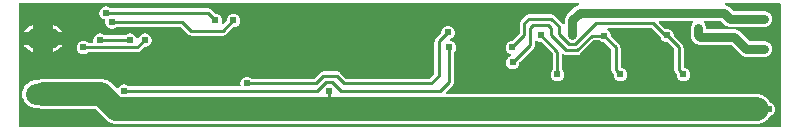
<source format=gbl>
G04 Layer: BottomLayer*
G04 EasyEDA v6.4.25, 2021-12-21T01:05:14+01:00*
G04 e653898a74aa4a6681cb2481073f5018,cb21f8ab935b4f3d81094f1c1df1cea3,10*
G04 Gerber Generator version 0.2*
G04 Scale: 100 percent, Rotated: No, Reflected: No *
G04 Dimensions in millimeters *
G04 leading zeros omitted , absolute positions ,4 integer and 5 decimal *
%FSLAX45Y45*%
%MOMM*%

%ADD10C,0.2540*%
%ADD11C,0.8000*%
%ADD12C,1.8000*%
%ADD14C,0.6110*%
%ADD24C,2.0000*%

%LPD*%
G36*
X36068Y25908D02*
G01*
X32156Y26670D01*
X28905Y28905D01*
X26670Y32156D01*
X25908Y36068D01*
X25908Y1063955D01*
X26670Y1067816D01*
X28905Y1071118D01*
X32156Y1073302D01*
X36068Y1074115D01*
X4755794Y1074115D01*
X4759909Y1073251D01*
X4763312Y1070762D01*
X4765446Y1067155D01*
X4765903Y1063040D01*
X4764684Y1059027D01*
X4761941Y1055827D01*
X4758182Y1054049D01*
X4754829Y1053236D01*
X4745278Y1049274D01*
X4736490Y1043889D01*
X4728311Y1036929D01*
X4665370Y973988D01*
X4658410Y965809D01*
X4653026Y957021D01*
X4649063Y947470D01*
X4646625Y937412D01*
X4645812Y926693D01*
X4645812Y906221D01*
X4644948Y902157D01*
X4642561Y898804D01*
X4639056Y896670D01*
X4634992Y896061D01*
X4630978Y897178D01*
X4627778Y899769D01*
X4624324Y903935D01*
X4561535Y966724D01*
X4555337Y971854D01*
X4548632Y975410D01*
X4541418Y977595D01*
X4533392Y978408D01*
X4343908Y978408D01*
X4335881Y977595D01*
X4328668Y975410D01*
X4321962Y971854D01*
X4315764Y966724D01*
X4278376Y929335D01*
X4273245Y923137D01*
X4269689Y916432D01*
X4267504Y909218D01*
X4266692Y901192D01*
X4266692Y820318D01*
X4265930Y816406D01*
X4263694Y813104D01*
X4208322Y757732D01*
X4205427Y755700D01*
X4202023Y754786D01*
X4193895Y754075D01*
X4184396Y751535D01*
X4175506Y747369D01*
X4167428Y741730D01*
X4160469Y734771D01*
X4154830Y726694D01*
X4150664Y717804D01*
X4148124Y708304D01*
X4147261Y698500D01*
X4148124Y688695D01*
X4150664Y679196D01*
X4154830Y670306D01*
X4160469Y662228D01*
X4167428Y655269D01*
X4175506Y649630D01*
X4184396Y645464D01*
X4187647Y644601D01*
X4191558Y642569D01*
X4194251Y639064D01*
X4195216Y634796D01*
X4194251Y630478D01*
X4191558Y627024D01*
X4187647Y624992D01*
X4185970Y624535D01*
X4177029Y620369D01*
X4169003Y614730D01*
X4162044Y607771D01*
X4156405Y599694D01*
X4152239Y590804D01*
X4149699Y581304D01*
X4148836Y571500D01*
X4149699Y561695D01*
X4152239Y552196D01*
X4156405Y543306D01*
X4162044Y535228D01*
X4169003Y528269D01*
X4177029Y522630D01*
X4185970Y518464D01*
X4195470Y515924D01*
X4205224Y515061D01*
X4215028Y515924D01*
X4224528Y518464D01*
X4233468Y522630D01*
X4241495Y528269D01*
X4248454Y535228D01*
X4254093Y543306D01*
X4258259Y552196D01*
X4260799Y561695D01*
X4261510Y569823D01*
X4262424Y573227D01*
X4264456Y576122D01*
X4383024Y694690D01*
X4388154Y700938D01*
X4391710Y707593D01*
X4393895Y714806D01*
X4394708Y722833D01*
X4394708Y747166D01*
X4395673Y751484D01*
X4398314Y754989D01*
X4402226Y757021D01*
X4406646Y757174D01*
X4410710Y755497D01*
X4416806Y751230D01*
X4425696Y747064D01*
X4435195Y744524D01*
X4443323Y743813D01*
X4446727Y742899D01*
X4449622Y740867D01*
X4543094Y647395D01*
X4545330Y644093D01*
X4546092Y640181D01*
X4546092Y515010D01*
X4545330Y511098D01*
X4543094Y507796D01*
X4541469Y506171D01*
X4535830Y498093D01*
X4531664Y489204D01*
X4529124Y479704D01*
X4528261Y469900D01*
X4529124Y460095D01*
X4531664Y450596D01*
X4535830Y441706D01*
X4541469Y433628D01*
X4548428Y426669D01*
X4556506Y421030D01*
X4565396Y416864D01*
X4574895Y414324D01*
X4584700Y413461D01*
X4594504Y414324D01*
X4604004Y416864D01*
X4612894Y421030D01*
X4620971Y426669D01*
X4627930Y433628D01*
X4633569Y441706D01*
X4637735Y450596D01*
X4640275Y460095D01*
X4641138Y469900D01*
X4640275Y479704D01*
X4637735Y489204D01*
X4633569Y498093D01*
X4627930Y506171D01*
X4626305Y507796D01*
X4624070Y511098D01*
X4623308Y515010D01*
X4623308Y632815D01*
X4624171Y636930D01*
X4626610Y640334D01*
X4630166Y642467D01*
X4634331Y642975D01*
X4638344Y641756D01*
X4646168Y637438D01*
X4653381Y635304D01*
X4661408Y634492D01*
X4749292Y634492D01*
X4757318Y635304D01*
X4764532Y637489D01*
X4771237Y641045D01*
X4777435Y646176D01*
X4888941Y757631D01*
X4892243Y759866D01*
X4896154Y760628D01*
X4933289Y760628D01*
X4937201Y759866D01*
X4940503Y757631D01*
X4942128Y756005D01*
X4950206Y750366D01*
X4959096Y746201D01*
X4968595Y743661D01*
X4977638Y742899D01*
X4981041Y741984D01*
X4983937Y739952D01*
X5038394Y685495D01*
X5040630Y682193D01*
X5041392Y678281D01*
X5041392Y508508D01*
X5042204Y500481D01*
X5044389Y493268D01*
X5047945Y486562D01*
X5053076Y480364D01*
X5058867Y474522D01*
X5060899Y471627D01*
X5061813Y468223D01*
X5062524Y460095D01*
X5065064Y450596D01*
X5069230Y441706D01*
X5074869Y433628D01*
X5081828Y426669D01*
X5089906Y421030D01*
X5098796Y416864D01*
X5108295Y414324D01*
X5118100Y413461D01*
X5127904Y414324D01*
X5137404Y416864D01*
X5146294Y421030D01*
X5154371Y426669D01*
X5161330Y433628D01*
X5166969Y441706D01*
X5171135Y450596D01*
X5173675Y460095D01*
X5174538Y469900D01*
X5173675Y479704D01*
X5171135Y489204D01*
X5166969Y498093D01*
X5161330Y506171D01*
X5154371Y513130D01*
X5146294Y518769D01*
X5137404Y522935D01*
X5124297Y526491D01*
X5121300Y528726D01*
X5119319Y531926D01*
X5118608Y535584D01*
X5118608Y697992D01*
X5117795Y706018D01*
X5115610Y713232D01*
X5112054Y719937D01*
X5106924Y726135D01*
X5037531Y795578D01*
X5035499Y798474D01*
X5034584Y801878D01*
X5033975Y809040D01*
X5031435Y818540D01*
X5027269Y827430D01*
X5021630Y835507D01*
X5014671Y842467D01*
X5011572Y844600D01*
X5008676Y847699D01*
X5007305Y851763D01*
X5007711Y855980D01*
X5009845Y859688D01*
X5013248Y862177D01*
X5017414Y863092D01*
X5377281Y863092D01*
X5381193Y862330D01*
X5384495Y860094D01*
X5455005Y789584D01*
X5456631Y787450D01*
X5457647Y785012D01*
X5458764Y780796D01*
X5462930Y771906D01*
X5468569Y763828D01*
X5475528Y756869D01*
X5483606Y751230D01*
X5492496Y747064D01*
X5501995Y744524D01*
X5510123Y743813D01*
X5513527Y742899D01*
X5516422Y740867D01*
X5571794Y685495D01*
X5574030Y682193D01*
X5574792Y678281D01*
X5574792Y508508D01*
X5575604Y500481D01*
X5577789Y493268D01*
X5581345Y486562D01*
X5586476Y480364D01*
X5592267Y474522D01*
X5594299Y471627D01*
X5595213Y468223D01*
X5595924Y460095D01*
X5598464Y450596D01*
X5602630Y441706D01*
X5608269Y433628D01*
X5615228Y426669D01*
X5623306Y421030D01*
X5632196Y416864D01*
X5641695Y414324D01*
X5651500Y413461D01*
X5661304Y414324D01*
X5670804Y416864D01*
X5679694Y421030D01*
X5687771Y426669D01*
X5694730Y433628D01*
X5700369Y441706D01*
X5704535Y450596D01*
X5707075Y460095D01*
X5707938Y469900D01*
X5707075Y479704D01*
X5704535Y489204D01*
X5700369Y498093D01*
X5694730Y506171D01*
X5687771Y513130D01*
X5679694Y518769D01*
X5670804Y522935D01*
X5657697Y526491D01*
X5654700Y528726D01*
X5652719Y531926D01*
X5652008Y535584D01*
X5652008Y697992D01*
X5651195Y706018D01*
X5649010Y713232D01*
X5645454Y719937D01*
X5640324Y726135D01*
X5571032Y795477D01*
X5569000Y798372D01*
X5568086Y801776D01*
X5567375Y809904D01*
X5564835Y819403D01*
X5560669Y828294D01*
X5555030Y836371D01*
X5548071Y843330D01*
X5539994Y848969D01*
X5531104Y853135D01*
X5521604Y855675D01*
X5511800Y856538D01*
X5503164Y855776D01*
X5498795Y856335D01*
X5495086Y858723D01*
X5446471Y907338D01*
X5444236Y910640D01*
X5443474Y914552D01*
X5444236Y918413D01*
X5446471Y921715D01*
X5449773Y923899D01*
X5453634Y924712D01*
X5725464Y924712D01*
X5729478Y923848D01*
X5732830Y921512D01*
X5735015Y918057D01*
X5735624Y913993D01*
X5734608Y910031D01*
X5725210Y898804D01*
X5719826Y890016D01*
X5715863Y880465D01*
X5713425Y870407D01*
X5712612Y859688D01*
X5712612Y800506D01*
X5713425Y789787D01*
X5715863Y779729D01*
X5719826Y770178D01*
X5725210Y761390D01*
X5732170Y753211D01*
X5744311Y741070D01*
X5752490Y734110D01*
X5761278Y728726D01*
X5770829Y724763D01*
X5780887Y722325D01*
X5791606Y721512D01*
X6051804Y721512D01*
X6055664Y720699D01*
X6058966Y718515D01*
X6138011Y639470D01*
X6146190Y632510D01*
X6154978Y627126D01*
X6164529Y623163D01*
X6174587Y620725D01*
X6185306Y619912D01*
X6336893Y619912D01*
X6347612Y620725D01*
X6357670Y623163D01*
X6367221Y627126D01*
X6376009Y632510D01*
X6383883Y639216D01*
X6390589Y647090D01*
X6395974Y655878D01*
X6399936Y665429D01*
X6402374Y675487D01*
X6403187Y685800D01*
X6402374Y696112D01*
X6399936Y706170D01*
X6395974Y715721D01*
X6390589Y724509D01*
X6383883Y732383D01*
X6376009Y739089D01*
X6367221Y744474D01*
X6357670Y748436D01*
X6347612Y750874D01*
X6336893Y751687D01*
X6216396Y751687D01*
X6212535Y752500D01*
X6209233Y754684D01*
X6130188Y833729D01*
X6122009Y840689D01*
X6113221Y846074D01*
X6103670Y850036D01*
X6093612Y852474D01*
X6082893Y853287D01*
X5854293Y853287D01*
X5850585Y853998D01*
X5847384Y856030D01*
X5845149Y859028D01*
X5844184Y862685D01*
X5843574Y870407D01*
X5841136Y880465D01*
X5837174Y890016D01*
X5831789Y898804D01*
X5822391Y910031D01*
X5821375Y913993D01*
X5821984Y918057D01*
X5824169Y921512D01*
X5827522Y923848D01*
X5831535Y924712D01*
X5962904Y924712D01*
X5966764Y923899D01*
X5970066Y921715D01*
X5998311Y893470D01*
X6006490Y886510D01*
X6015278Y881126D01*
X6024829Y877163D01*
X6034887Y874725D01*
X6045606Y873912D01*
X6336893Y873912D01*
X6347612Y874725D01*
X6357670Y877163D01*
X6367221Y881126D01*
X6376009Y886510D01*
X6383883Y893216D01*
X6390589Y901090D01*
X6395974Y909878D01*
X6399936Y919429D01*
X6402374Y929487D01*
X6403187Y939800D01*
X6402374Y950112D01*
X6399936Y960170D01*
X6395974Y969721D01*
X6390589Y978509D01*
X6383883Y986383D01*
X6376009Y993089D01*
X6367221Y998474D01*
X6357670Y1002436D01*
X6347612Y1004874D01*
X6336893Y1005687D01*
X6076696Y1005687D01*
X6072835Y1006500D01*
X6069533Y1008684D01*
X6041288Y1036929D01*
X6033109Y1043889D01*
X6024321Y1049274D01*
X6014770Y1053236D01*
X6011418Y1054049D01*
X6007658Y1055827D01*
X6004915Y1059027D01*
X6003696Y1063040D01*
X6004153Y1067155D01*
X6006287Y1070762D01*
X6009690Y1073251D01*
X6013805Y1074115D01*
X6463944Y1074115D01*
X6467805Y1073302D01*
X6471107Y1071118D01*
X6473342Y1067816D01*
X6474104Y1063955D01*
X6474104Y36068D01*
X6473342Y32156D01*
X6471107Y28905D01*
X6467805Y26670D01*
X6463944Y25908D01*
G37*

%LPC*%
G36*
X851052Y51866D02*
G01*
X6273495Y51866D01*
X6288989Y52832D01*
X6303924Y55575D01*
X6318453Y60096D01*
X6332321Y66344D01*
X6345326Y74218D01*
X6357264Y83566D01*
X6368034Y94335D01*
X6377381Y106273D01*
X6385255Y119329D01*
X6387846Y122174D01*
X6400444Y128066D01*
X6408521Y133705D01*
X6415481Y140665D01*
X6421120Y148742D01*
X6425285Y157632D01*
X6427825Y167132D01*
X6428689Y176936D01*
X6427825Y186740D01*
X6425285Y196240D01*
X6421120Y205130D01*
X6415481Y213207D01*
X6408521Y220167D01*
X6400444Y225806D01*
X6390640Y230327D01*
X6387693Y232410D01*
X6377381Y249326D01*
X6368034Y261264D01*
X6357264Y272034D01*
X6345326Y281381D01*
X6332321Y289255D01*
X6318453Y295503D01*
X6303924Y300024D01*
X6288989Y302768D01*
X6273495Y303682D01*
X3646728Y303682D01*
X3642868Y304495D01*
X3639565Y306679D01*
X3637330Y309981D01*
X3636568Y313842D01*
X3637330Y317754D01*
X3639565Y321056D01*
X3697224Y378764D01*
X3702354Y384962D01*
X3705910Y391668D01*
X3708095Y398881D01*
X3708908Y406908D01*
X3708908Y653389D01*
X3709670Y657301D01*
X3711905Y660603D01*
X3713530Y662228D01*
X3719169Y670306D01*
X3723335Y679196D01*
X3725875Y688695D01*
X3726738Y698500D01*
X3725875Y708304D01*
X3723335Y717804D01*
X3719169Y726694D01*
X3713530Y734771D01*
X3706571Y741730D01*
X3698494Y747369D01*
X3689604Y751535D01*
X3679951Y754126D01*
X3676294Y755954D01*
X3673652Y759104D01*
X3672433Y763016D01*
X3672941Y767130D01*
X3674973Y770686D01*
X3678275Y773125D01*
X3685794Y776630D01*
X3693871Y782269D01*
X3700830Y789228D01*
X3706469Y797306D01*
X3710635Y806196D01*
X3713175Y815695D01*
X3714038Y825500D01*
X3713175Y835304D01*
X3710635Y844803D01*
X3706469Y853694D01*
X3700830Y861771D01*
X3693871Y868730D01*
X3685794Y874369D01*
X3676904Y878535D01*
X3667404Y881075D01*
X3657600Y881938D01*
X3647795Y881075D01*
X3638296Y878535D01*
X3629406Y874369D01*
X3621328Y868730D01*
X3614369Y861771D01*
X3608730Y853694D01*
X3604564Y844803D01*
X3602024Y835304D01*
X3601313Y827176D01*
X3600399Y823772D01*
X3598367Y820877D01*
X3554476Y776935D01*
X3549345Y770737D01*
X3545789Y764032D01*
X3543604Y756818D01*
X3542792Y748792D01*
X3542792Y477418D01*
X3542029Y473506D01*
X3539794Y470204D01*
X3504895Y435305D01*
X3501593Y433070D01*
X3497681Y432308D01*
X2801518Y432308D01*
X2797606Y433070D01*
X2794304Y435305D01*
X2745435Y484124D01*
X2739237Y489254D01*
X2732532Y492810D01*
X2725318Y494995D01*
X2717292Y495808D01*
X2604008Y495808D01*
X2595981Y494995D01*
X2588768Y492810D01*
X2582062Y489254D01*
X2575864Y484124D01*
X2526995Y435305D01*
X2523693Y433070D01*
X2519781Y432308D01*
X2000910Y432308D01*
X1996998Y433070D01*
X1993696Y435305D01*
X1992071Y436930D01*
X1983993Y442569D01*
X1975104Y446735D01*
X1965604Y449275D01*
X1955800Y450138D01*
X1945995Y449275D01*
X1936496Y446735D01*
X1927606Y442569D01*
X1919528Y436930D01*
X1912569Y429971D01*
X1906930Y421893D01*
X1902764Y413004D01*
X1900224Y403504D01*
X1899361Y393700D01*
X1900224Y383895D01*
X1900834Y381609D01*
X1901139Y377901D01*
X1900072Y374345D01*
X1897837Y371398D01*
X1894687Y369468D01*
X1891030Y368808D01*
X959510Y368808D01*
X955598Y369570D01*
X952296Y371805D01*
X950671Y373430D01*
X942594Y379069D01*
X933703Y383235D01*
X924204Y385775D01*
X914400Y386638D01*
X904595Y385775D01*
X895096Y383235D01*
X886206Y379069D01*
X878128Y373430D01*
X871169Y366471D01*
X865428Y358241D01*
X862177Y355244D01*
X857961Y353923D01*
X853592Y354482D01*
X849884Y356870D01*
X813053Y393700D01*
X807364Y399034D01*
X801522Y403910D01*
X795426Y408432D01*
X789025Y412546D01*
X782421Y416306D01*
X775563Y419608D01*
X768553Y422503D01*
X761339Y424992D01*
X754024Y427024D01*
X746607Y428650D01*
X739089Y429768D01*
X731520Y430479D01*
X723747Y430682D01*
X228904Y430682D01*
X213410Y429768D01*
X198475Y427024D01*
X183946Y422503D01*
X181965Y421589D01*
X177800Y420725D01*
X168910Y420725D01*
X154076Y419760D01*
X139801Y417068D01*
X125933Y412546D01*
X112776Y406349D01*
X100482Y398576D01*
X89255Y389280D01*
X79298Y378663D01*
X70764Y366877D01*
X63754Y354126D01*
X58369Y340614D01*
X54762Y326491D01*
X52933Y312064D01*
X52933Y297535D01*
X54762Y283108D01*
X58369Y268986D01*
X63754Y255473D01*
X70764Y242722D01*
X79298Y230936D01*
X89255Y220319D01*
X100482Y211023D01*
X112776Y203250D01*
X125933Y197053D01*
X139801Y192532D01*
X154076Y189839D01*
X168910Y188874D01*
X177800Y188874D01*
X181965Y188010D01*
X183946Y187096D01*
X198475Y182575D01*
X213410Y179832D01*
X228904Y178866D01*
X667562Y178866D01*
X671423Y178104D01*
X674725Y175920D01*
X761746Y88900D01*
X767435Y83566D01*
X773277Y78689D01*
X779373Y74168D01*
X785774Y70053D01*
X792378Y66294D01*
X799236Y62991D01*
X806246Y60096D01*
X813460Y57607D01*
X820775Y55575D01*
X828192Y53949D01*
X835710Y52832D01*
X843280Y52120D01*
G37*
G36*
X571500Y642061D02*
G01*
X581304Y642924D01*
X590804Y645464D01*
X599694Y649630D01*
X607771Y655269D01*
X609396Y656894D01*
X612698Y659130D01*
X616610Y659892D01*
X1028192Y659892D01*
X1036218Y660704D01*
X1043432Y662889D01*
X1050137Y666445D01*
X1056335Y671576D01*
X1087577Y702767D01*
X1090472Y704799D01*
X1093876Y705713D01*
X1102004Y706424D01*
X1111504Y708964D01*
X1120394Y713130D01*
X1128471Y718769D01*
X1135430Y725728D01*
X1141069Y733806D01*
X1145235Y742696D01*
X1147775Y752195D01*
X1148638Y762000D01*
X1147775Y771804D01*
X1145235Y781304D01*
X1141069Y790194D01*
X1135430Y798271D01*
X1128471Y805230D01*
X1120394Y810869D01*
X1111504Y815035D01*
X1102004Y817575D01*
X1092200Y818438D01*
X1082395Y817575D01*
X1072896Y815035D01*
X1064006Y810869D01*
X1055928Y805230D01*
X1048969Y798271D01*
X1043330Y790194D01*
X1039164Y781304D01*
X1038504Y778814D01*
X1036472Y774903D01*
X1033018Y772210D01*
X1028700Y771296D01*
X1024382Y772210D01*
X1020927Y774903D01*
X1018895Y778814D01*
X1018235Y781304D01*
X1014069Y790194D01*
X1008430Y798271D01*
X1001471Y805230D01*
X993394Y810869D01*
X984503Y815035D01*
X975004Y817575D01*
X965200Y818438D01*
X955395Y817575D01*
X945896Y815035D01*
X937006Y810869D01*
X928928Y805230D01*
X927303Y803605D01*
X924001Y801370D01*
X920089Y800608D01*
X756310Y800608D01*
X752398Y801370D01*
X749096Y803605D01*
X747471Y805230D01*
X739394Y810869D01*
X730504Y815035D01*
X721004Y817575D01*
X711200Y818438D01*
X701395Y817575D01*
X691896Y815035D01*
X683006Y810869D01*
X674928Y805230D01*
X667969Y798271D01*
X662330Y790194D01*
X658164Y781304D01*
X655624Y771804D01*
X654761Y762000D01*
X655624Y752195D01*
X656234Y749909D01*
X656539Y746201D01*
X655472Y742645D01*
X653237Y739698D01*
X650087Y737768D01*
X646430Y737108D01*
X616610Y737108D01*
X612698Y737870D01*
X609396Y740105D01*
X607771Y741730D01*
X599694Y747369D01*
X590804Y751535D01*
X581304Y754075D01*
X571500Y754938D01*
X561695Y754075D01*
X552196Y751535D01*
X543306Y747369D01*
X535228Y741730D01*
X528269Y734771D01*
X522630Y726694D01*
X518464Y717804D01*
X515924Y708304D01*
X515061Y698500D01*
X515924Y688695D01*
X518464Y679196D01*
X522630Y670306D01*
X528269Y662228D01*
X535228Y655269D01*
X543306Y649630D01*
X552196Y645464D01*
X561695Y642924D01*
G37*
G36*
X309930Y661009D02*
G01*
X317398Y662432D01*
X331266Y666953D01*
X344424Y673150D01*
X356717Y680923D01*
X367944Y690219D01*
X377901Y700836D01*
X386435Y712622D01*
X392379Y723341D01*
X309930Y723341D01*
G37*
G36*
X147269Y661009D02*
G01*
X147269Y723341D01*
X64820Y723341D01*
X70764Y712622D01*
X79298Y700836D01*
X89255Y690219D01*
X100482Y680923D01*
X112776Y673150D01*
X125933Y666953D01*
X139801Y662432D01*
G37*
G36*
X1486408Y799592D02*
G01*
X1752092Y799592D01*
X1760118Y800404D01*
X1767332Y802589D01*
X1774037Y806145D01*
X1780235Y811276D01*
X1836877Y867867D01*
X1839772Y869899D01*
X1843176Y870813D01*
X1851304Y871524D01*
X1860804Y874064D01*
X1869693Y878230D01*
X1877771Y883869D01*
X1884730Y890828D01*
X1890369Y898906D01*
X1894535Y907796D01*
X1897075Y917295D01*
X1897938Y927100D01*
X1897075Y936904D01*
X1894535Y946403D01*
X1890369Y955294D01*
X1884730Y963371D01*
X1877771Y970330D01*
X1869693Y975969D01*
X1860804Y980135D01*
X1851304Y982675D01*
X1841500Y983538D01*
X1831695Y982675D01*
X1822196Y980135D01*
X1813306Y975969D01*
X1805228Y970330D01*
X1798269Y963371D01*
X1792630Y955294D01*
X1788464Y946403D01*
X1785924Y936904D01*
X1785213Y928776D01*
X1784299Y925372D01*
X1782267Y922477D01*
X1759610Y899820D01*
X1755902Y897432D01*
X1751533Y896874D01*
X1747316Y898194D01*
X1744116Y901141D01*
X1742389Y905205D01*
X1742592Y909624D01*
X1744675Y917295D01*
X1745538Y927100D01*
X1744675Y936904D01*
X1742135Y946403D01*
X1737969Y955294D01*
X1732330Y963371D01*
X1725371Y970330D01*
X1717293Y975969D01*
X1708404Y980135D01*
X1698904Y982675D01*
X1690776Y983386D01*
X1687372Y984300D01*
X1684477Y986332D01*
X1653235Y1017524D01*
X1647037Y1022654D01*
X1640332Y1026210D01*
X1633118Y1028395D01*
X1625092Y1029208D01*
X807110Y1029208D01*
X803198Y1029969D01*
X799896Y1032205D01*
X798271Y1033830D01*
X790194Y1039469D01*
X781304Y1043635D01*
X771804Y1046175D01*
X762000Y1047038D01*
X752195Y1046175D01*
X742696Y1043635D01*
X733806Y1039469D01*
X725728Y1033830D01*
X718769Y1026871D01*
X713130Y1018794D01*
X708964Y1009903D01*
X706424Y1000404D01*
X705561Y990600D01*
X706424Y980795D01*
X708964Y971296D01*
X713130Y962406D01*
X718769Y954328D01*
X725728Y947369D01*
X733806Y941730D01*
X742696Y937564D01*
X749808Y935685D01*
X753008Y934161D01*
X755497Y931671D01*
X757021Y928471D01*
X757326Y924966D01*
X756361Y914400D01*
X757224Y904595D01*
X759764Y895096D01*
X763930Y886206D01*
X769569Y878128D01*
X776528Y871169D01*
X784606Y865530D01*
X793496Y861364D01*
X802995Y858824D01*
X812800Y857961D01*
X822604Y858824D01*
X832103Y861364D01*
X840994Y865530D01*
X849071Y871169D01*
X850696Y872794D01*
X853998Y875030D01*
X857910Y875792D01*
X1389481Y875792D01*
X1393393Y875030D01*
X1396695Y872794D01*
X1458264Y811276D01*
X1464462Y806145D01*
X1471168Y802589D01*
X1478381Y800404D01*
G37*
G36*
X309930Y826058D02*
G01*
X392379Y826058D01*
X386435Y836777D01*
X377901Y848563D01*
X367944Y859180D01*
X356717Y868476D01*
X344424Y876249D01*
X331266Y882446D01*
X317398Y886968D01*
X309930Y888390D01*
G37*
G36*
X64820Y826058D02*
G01*
X147269Y826058D01*
X147269Y888390D01*
X139801Y886968D01*
X125933Y882446D01*
X112776Y876249D01*
X100482Y868476D01*
X89255Y859180D01*
X79298Y848563D01*
X70764Y836777D01*
G37*

%LPD*%
D10*
X1955800Y393700D02*
G01*
X2540000Y393700D01*
X2603500Y457200D01*
X2717800Y457200D01*
X2781300Y393700D01*
X3517900Y393700D01*
X3581400Y457200D01*
X3581400Y749300D01*
X3657600Y825500D01*
X914400Y330200D02*
G01*
X2552700Y330200D01*
X2628900Y406400D01*
X2679700Y406400D01*
X2755900Y330200D01*
X3594100Y330200D01*
X3670300Y406400D01*
X3670300Y698500D01*
X2654300Y330200D02*
G01*
X2654300Y241300D01*
X2590800Y177800D01*
X2484627Y177800D01*
X4203700Y698500D02*
G01*
X4305300Y800100D01*
X4305300Y901700D01*
X4343400Y939800D01*
X4533900Y939800D01*
X4597400Y876300D01*
X4597400Y812800D01*
X4686300Y723900D01*
X4737100Y723900D01*
X4914900Y901700D01*
X5397500Y901700D01*
X5499100Y800100D01*
X5511800Y800100D01*
X4205249Y571500D02*
G01*
X4356100Y722350D01*
X4356100Y863600D01*
X4381500Y889000D01*
X4508500Y889000D01*
X4533900Y863600D01*
X4533900Y800100D01*
X4660900Y673100D01*
X4749800Y673100D01*
X4875936Y799236D01*
X4978400Y799236D01*
D11*
X5778500Y800100D02*
G01*
X5791200Y787400D01*
X6083300Y787400D01*
X6184900Y685800D01*
X6261100Y685800D01*
X6261100Y685800D02*
G01*
X6337300Y685800D01*
X5778500Y860094D02*
G01*
X5778500Y800100D01*
X4711700Y800100D02*
G01*
X4711700Y927100D01*
X4775200Y990600D01*
X5994400Y990600D01*
X6045200Y939800D01*
X6177513Y939800D01*
X6177513Y939800D02*
G01*
X6255529Y939800D01*
X6255529Y939800D02*
G01*
X6337300Y939800D01*
D10*
X571500Y698500D02*
G01*
X1028700Y698500D01*
X1092200Y762000D01*
X711200Y762000D02*
G01*
X965200Y762000D01*
X812800Y914400D02*
G01*
X1409700Y914400D01*
X1485900Y838200D01*
X1752600Y838200D01*
X1841500Y927100D01*
X762000Y990600D02*
G01*
X1625600Y990600D01*
X1689100Y927100D01*
X5651500Y469900D02*
G01*
X5613400Y508000D01*
X5613400Y698500D01*
X5511800Y800100D01*
X4978400Y799236D02*
G01*
X4979263Y799236D01*
X5080000Y698500D01*
X5080000Y508000D01*
X5118100Y469900D01*
X4584700Y469900D02*
G01*
X4584700Y660400D01*
X4445000Y800100D01*
D24*
X6273800Y177800D02*
G01*
X850900Y177800D01*
X723900Y304800D01*
X228600Y304800D01*
D12*
X168600Y304800D02*
G01*
X288599Y304800D01*
X168600Y774700D02*
G01*
X288599Y774700D01*
D14*
G01*
X762000Y990600D03*
G01*
X1689100Y927100D03*
G01*
X812800Y914400D03*
G01*
X1841500Y927100D03*
G01*
X711200Y762000D03*
G01*
X965200Y762000D03*
G01*
X571500Y698500D03*
G01*
X1092200Y762000D03*
G01*
X5651500Y469900D03*
G01*
X5511800Y800100D03*
G01*
X4978400Y799236D03*
G01*
X5118100Y469900D03*
G01*
X4584700Y469900D03*
G01*
X4445000Y800100D03*
G01*
X4205249Y571500D03*
G01*
X4203700Y698500D03*
G01*
X6273800Y177800D03*
G01*
X1955800Y393700D03*
G01*
X6372250Y176936D03*
G01*
X6181293Y175056D03*
G01*
X2654300Y330200D03*
G01*
X4711700Y800100D03*
G01*
X4711700Y860094D03*
G01*
X6337300Y939800D03*
G01*
X6255537Y939800D03*
G01*
X6177508Y939800D03*
G01*
X5778500Y800100D03*
G01*
X5778500Y860094D03*
G01*
X6337300Y685800D03*
G01*
X6261100Y685800D03*
G01*
X6184900Y685800D03*
G01*
X4807356Y617778D03*
G01*
X4807965Y540080D03*
G01*
X5337809Y681989D03*
G01*
X5340095Y613105D03*
G01*
X5339079Y546100D03*
G01*
X5867400Y685800D03*
G01*
X5867400Y607009D03*
G01*
X5867400Y546100D03*
G01*
X3657600Y825500D03*
G01*
X914400Y330200D03*
G01*
X3670300Y698500D03*
G01*
X2673350Y788796D03*
G01*
X2586939Y787603D03*
G01*
X2754579Y787603D03*
G01*
X2673299Y906983D03*
G01*
X2674543Y680923D03*
G01*
X2891739Y906983D03*
G01*
X2893009Y786333D03*
G01*
X2893009Y680923D03*
M02*

</source>
